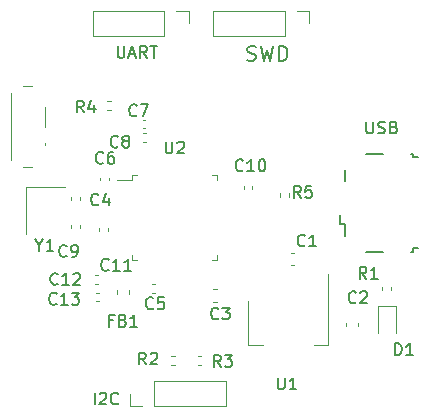
<source format=gbr>
%TF.GenerationSoftware,KiCad,Pcbnew,(6.0.8)*%
%TF.CreationDate,2022-10-13T10:33:28+07:00*%
%TF.ProjectId,1_trial,315f7472-6961-46c2-9e6b-696361645f70,rev?*%
%TF.SameCoordinates,Original*%
%TF.FileFunction,Legend,Top*%
%TF.FilePolarity,Positive*%
%FSLAX46Y46*%
G04 Gerber Fmt 4.6, Leading zero omitted, Abs format (unit mm)*
G04 Created by KiCad (PCBNEW (6.0.8)) date 2022-10-13 10:33:28*
%MOMM*%
%LPD*%
G01*
G04 APERTURE LIST*
%ADD10C,0.150000*%
%ADD11C,0.200000*%
%ADD12C,0.120000*%
G04 APERTURE END LIST*
D10*
X99748809Y-60052380D02*
X99748809Y-59052380D01*
X100177380Y-59147619D02*
X100225000Y-59100000D01*
X100320238Y-59052380D01*
X100558333Y-59052380D01*
X100653571Y-59100000D01*
X100701190Y-59147619D01*
X100748809Y-59242857D01*
X100748809Y-59338095D01*
X100701190Y-59480952D01*
X100129761Y-60052380D01*
X100748809Y-60052380D01*
X101748809Y-59957142D02*
X101701190Y-60004761D01*
X101558333Y-60052380D01*
X101463095Y-60052380D01*
X101320238Y-60004761D01*
X101225000Y-59909523D01*
X101177380Y-59814285D01*
X101129761Y-59623809D01*
X101129761Y-59480952D01*
X101177380Y-59290476D01*
X101225000Y-59195238D01*
X101320238Y-59100000D01*
X101463095Y-59052380D01*
X101558333Y-59052380D01*
X101701190Y-59100000D01*
X101748809Y-59147619D01*
X122763095Y-36102380D02*
X122763095Y-36911904D01*
X122810714Y-37007142D01*
X122858333Y-37054761D01*
X122953571Y-37102380D01*
X123144047Y-37102380D01*
X123239285Y-37054761D01*
X123286904Y-37007142D01*
X123334523Y-36911904D01*
X123334523Y-36102380D01*
X123763095Y-37054761D02*
X123905952Y-37102380D01*
X124144047Y-37102380D01*
X124239285Y-37054761D01*
X124286904Y-37007142D01*
X124334523Y-36911904D01*
X124334523Y-36816666D01*
X124286904Y-36721428D01*
X124239285Y-36673809D01*
X124144047Y-36626190D01*
X123953571Y-36578571D01*
X123858333Y-36530952D01*
X123810714Y-36483333D01*
X123763095Y-36388095D01*
X123763095Y-36292857D01*
X123810714Y-36197619D01*
X123858333Y-36150000D01*
X123953571Y-36102380D01*
X124191666Y-36102380D01*
X124334523Y-36150000D01*
X125096428Y-36578571D02*
X125239285Y-36626190D01*
X125286904Y-36673809D01*
X125334523Y-36769047D01*
X125334523Y-36911904D01*
X125286904Y-37007142D01*
X125239285Y-37054761D01*
X125144047Y-37102380D01*
X124763095Y-37102380D01*
X124763095Y-36102380D01*
X125096428Y-36102380D01*
X125191666Y-36150000D01*
X125239285Y-36197619D01*
X125286904Y-36292857D01*
X125286904Y-36388095D01*
X125239285Y-36483333D01*
X125191666Y-36530952D01*
X125096428Y-36578571D01*
X124763095Y-36578571D01*
X101704761Y-29702380D02*
X101704761Y-30511904D01*
X101752380Y-30607142D01*
X101800000Y-30654761D01*
X101895238Y-30702380D01*
X102085714Y-30702380D01*
X102180952Y-30654761D01*
X102228571Y-30607142D01*
X102276190Y-30511904D01*
X102276190Y-29702380D01*
X102704761Y-30416666D02*
X103180952Y-30416666D01*
X102609523Y-30702380D02*
X102942857Y-29702380D01*
X103276190Y-30702380D01*
X104180952Y-30702380D02*
X103847619Y-30226190D01*
X103609523Y-30702380D02*
X103609523Y-29702380D01*
X103990476Y-29702380D01*
X104085714Y-29750000D01*
X104133333Y-29797619D01*
X104180952Y-29892857D01*
X104180952Y-30035714D01*
X104133333Y-30130952D01*
X104085714Y-30178571D01*
X103990476Y-30226190D01*
X103609523Y-30226190D01*
X104466666Y-29702380D02*
X105038095Y-29702380D01*
X104752380Y-30702380D02*
X104752380Y-29702380D01*
D11*
X112678571Y-30880952D02*
X112857142Y-30940476D01*
X113154761Y-30940476D01*
X113273809Y-30880952D01*
X113333333Y-30821428D01*
X113392857Y-30702380D01*
X113392857Y-30583333D01*
X113333333Y-30464285D01*
X113273809Y-30404761D01*
X113154761Y-30345238D01*
X112916666Y-30285714D01*
X112797619Y-30226190D01*
X112738095Y-30166666D01*
X112678571Y-30047619D01*
X112678571Y-29928571D01*
X112738095Y-29809523D01*
X112797619Y-29750000D01*
X112916666Y-29690476D01*
X113214285Y-29690476D01*
X113392857Y-29750000D01*
X113809523Y-29690476D02*
X114107142Y-30940476D01*
X114345238Y-30047619D01*
X114583333Y-30940476D01*
X114880952Y-29690476D01*
X115357142Y-30940476D02*
X115357142Y-29690476D01*
X115654761Y-29690476D01*
X115833333Y-29750000D01*
X115952380Y-29869047D01*
X116011904Y-29988095D01*
X116071428Y-30226190D01*
X116071428Y-30404761D01*
X116011904Y-30642857D01*
X115952380Y-30761904D01*
X115833333Y-30880952D01*
X115654761Y-30940476D01*
X115357142Y-30940476D01*
D10*
%TO.C,FB1*%
X101314266Y-52932071D02*
X100980933Y-52932071D01*
X100980933Y-53455880D02*
X100980933Y-52455880D01*
X101457123Y-52455880D01*
X102171409Y-52932071D02*
X102314266Y-52979690D01*
X102361885Y-53027309D01*
X102409504Y-53122547D01*
X102409504Y-53265404D01*
X102361885Y-53360642D01*
X102314266Y-53408261D01*
X102219028Y-53455880D01*
X101838076Y-53455880D01*
X101838076Y-52455880D01*
X102171409Y-52455880D01*
X102266647Y-52503500D01*
X102314266Y-52551119D01*
X102361885Y-52646357D01*
X102361885Y-52741595D01*
X102314266Y-52836833D01*
X102266647Y-52884452D01*
X102171409Y-52932071D01*
X101838076Y-52932071D01*
X103361885Y-53455880D02*
X102790457Y-53455880D01*
X103076171Y-53455880D02*
X103076171Y-52455880D01*
X102980933Y-52598738D01*
X102885695Y-52693976D01*
X102790457Y-52741595D01*
%TO.C,C10*%
X112307142Y-40207142D02*
X112259523Y-40254761D01*
X112116666Y-40302380D01*
X112021428Y-40302380D01*
X111878571Y-40254761D01*
X111783333Y-40159523D01*
X111735714Y-40064285D01*
X111688095Y-39873809D01*
X111688095Y-39730952D01*
X111735714Y-39540476D01*
X111783333Y-39445238D01*
X111878571Y-39350000D01*
X112021428Y-39302380D01*
X112116666Y-39302380D01*
X112259523Y-39350000D01*
X112307142Y-39397619D01*
X113259523Y-40302380D02*
X112688095Y-40302380D01*
X112973809Y-40302380D02*
X112973809Y-39302380D01*
X112878571Y-39445238D01*
X112783333Y-39540476D01*
X112688095Y-39588095D01*
X113878571Y-39302380D02*
X113973809Y-39302380D01*
X114069047Y-39350000D01*
X114116666Y-39397619D01*
X114164285Y-39492857D01*
X114211904Y-39683333D01*
X114211904Y-39921428D01*
X114164285Y-40111904D01*
X114116666Y-40207142D01*
X114069047Y-40254761D01*
X113973809Y-40302380D01*
X113878571Y-40302380D01*
X113783333Y-40254761D01*
X113735714Y-40207142D01*
X113688095Y-40111904D01*
X113640476Y-39921428D01*
X113640476Y-39683333D01*
X113688095Y-39492857D01*
X113735714Y-39397619D01*
X113783333Y-39350000D01*
X113878571Y-39302380D01*
%TO.C,R4*%
X98833333Y-35327380D02*
X98500000Y-34851190D01*
X98261904Y-35327380D02*
X98261904Y-34327380D01*
X98642857Y-34327380D01*
X98738095Y-34375000D01*
X98785714Y-34422619D01*
X98833333Y-34517857D01*
X98833333Y-34660714D01*
X98785714Y-34755952D01*
X98738095Y-34803571D01*
X98642857Y-34851190D01*
X98261904Y-34851190D01*
X99690476Y-34660714D02*
X99690476Y-35327380D01*
X99452380Y-34279761D02*
X99214285Y-34994047D01*
X99833333Y-34994047D01*
%TO.C,C2*%
X121883333Y-51382142D02*
X121835714Y-51429761D01*
X121692857Y-51477380D01*
X121597619Y-51477380D01*
X121454761Y-51429761D01*
X121359523Y-51334523D01*
X121311904Y-51239285D01*
X121264285Y-51048809D01*
X121264285Y-50905952D01*
X121311904Y-50715476D01*
X121359523Y-50620238D01*
X121454761Y-50525000D01*
X121597619Y-50477380D01*
X121692857Y-50477380D01*
X121835714Y-50525000D01*
X121883333Y-50572619D01*
X122264285Y-50572619D02*
X122311904Y-50525000D01*
X122407142Y-50477380D01*
X122645238Y-50477380D01*
X122740476Y-50525000D01*
X122788095Y-50572619D01*
X122835714Y-50667857D01*
X122835714Y-50763095D01*
X122788095Y-50905952D01*
X122216666Y-51477380D01*
X122835714Y-51477380D01*
%TO.C,C6*%
X100480933Y-39573142D02*
X100433314Y-39620761D01*
X100290457Y-39668380D01*
X100195219Y-39668380D01*
X100052361Y-39620761D01*
X99957123Y-39525523D01*
X99909504Y-39430285D01*
X99861885Y-39239809D01*
X99861885Y-39096952D01*
X99909504Y-38906476D01*
X99957123Y-38811238D01*
X100052361Y-38716000D01*
X100195219Y-38668380D01*
X100290457Y-38668380D01*
X100433314Y-38716000D01*
X100480933Y-38763619D01*
X101338076Y-38668380D02*
X101147600Y-38668380D01*
X101052361Y-38716000D01*
X101004742Y-38763619D01*
X100909504Y-38906476D01*
X100861885Y-39096952D01*
X100861885Y-39477904D01*
X100909504Y-39573142D01*
X100957123Y-39620761D01*
X101052361Y-39668380D01*
X101242838Y-39668380D01*
X101338076Y-39620761D01*
X101385695Y-39573142D01*
X101433314Y-39477904D01*
X101433314Y-39239809D01*
X101385695Y-39144571D01*
X101338076Y-39096952D01*
X101242838Y-39049333D01*
X101052361Y-39049333D01*
X100957123Y-39096952D01*
X100909504Y-39144571D01*
X100861885Y-39239809D01*
%TO.C,C11*%
X100932142Y-48632142D02*
X100884523Y-48679761D01*
X100741666Y-48727380D01*
X100646428Y-48727380D01*
X100503571Y-48679761D01*
X100408333Y-48584523D01*
X100360714Y-48489285D01*
X100313095Y-48298809D01*
X100313095Y-48155952D01*
X100360714Y-47965476D01*
X100408333Y-47870238D01*
X100503571Y-47775000D01*
X100646428Y-47727380D01*
X100741666Y-47727380D01*
X100884523Y-47775000D01*
X100932142Y-47822619D01*
X101884523Y-48727380D02*
X101313095Y-48727380D01*
X101598809Y-48727380D02*
X101598809Y-47727380D01*
X101503571Y-47870238D01*
X101408333Y-47965476D01*
X101313095Y-48013095D01*
X102836904Y-48727380D02*
X102265476Y-48727380D01*
X102551190Y-48727380D02*
X102551190Y-47727380D01*
X102455952Y-47870238D01*
X102360714Y-47965476D01*
X102265476Y-48013095D01*
%TO.C,D1*%
X125186904Y-55877380D02*
X125186904Y-54877380D01*
X125425000Y-54877380D01*
X125567857Y-54925000D01*
X125663095Y-55020238D01*
X125710714Y-55115476D01*
X125758333Y-55305952D01*
X125758333Y-55448809D01*
X125710714Y-55639285D01*
X125663095Y-55734523D01*
X125567857Y-55829761D01*
X125425000Y-55877380D01*
X125186904Y-55877380D01*
X126710714Y-55877380D02*
X126139285Y-55877380D01*
X126425000Y-55877380D02*
X126425000Y-54877380D01*
X126329761Y-55020238D01*
X126234523Y-55115476D01*
X126139285Y-55163095D01*
%TO.C,R2*%
X104108333Y-56652380D02*
X103775000Y-56176190D01*
X103536904Y-56652380D02*
X103536904Y-55652380D01*
X103917857Y-55652380D01*
X104013095Y-55700000D01*
X104060714Y-55747619D01*
X104108333Y-55842857D01*
X104108333Y-55985714D01*
X104060714Y-56080952D01*
X104013095Y-56128571D01*
X103917857Y-56176190D01*
X103536904Y-56176190D01*
X104489285Y-55747619D02*
X104536904Y-55700000D01*
X104632142Y-55652380D01*
X104870238Y-55652380D01*
X104965476Y-55700000D01*
X105013095Y-55747619D01*
X105060714Y-55842857D01*
X105060714Y-55938095D01*
X105013095Y-56080952D01*
X104441666Y-56652380D01*
X105060714Y-56652380D01*
%TO.C,C3*%
X110233333Y-52757142D02*
X110185714Y-52804761D01*
X110042857Y-52852380D01*
X109947619Y-52852380D01*
X109804761Y-52804761D01*
X109709523Y-52709523D01*
X109661904Y-52614285D01*
X109614285Y-52423809D01*
X109614285Y-52280952D01*
X109661904Y-52090476D01*
X109709523Y-51995238D01*
X109804761Y-51900000D01*
X109947619Y-51852380D01*
X110042857Y-51852380D01*
X110185714Y-51900000D01*
X110233333Y-51947619D01*
X110566666Y-51852380D02*
X111185714Y-51852380D01*
X110852380Y-52233333D01*
X110995238Y-52233333D01*
X111090476Y-52280952D01*
X111138095Y-52328571D01*
X111185714Y-52423809D01*
X111185714Y-52661904D01*
X111138095Y-52757142D01*
X111090476Y-52804761D01*
X110995238Y-52852380D01*
X110709523Y-52852380D01*
X110614285Y-52804761D01*
X110566666Y-52757142D01*
%TO.C,R5*%
X117208333Y-42552380D02*
X116875000Y-42076190D01*
X116636904Y-42552380D02*
X116636904Y-41552380D01*
X117017857Y-41552380D01*
X117113095Y-41600000D01*
X117160714Y-41647619D01*
X117208333Y-41742857D01*
X117208333Y-41885714D01*
X117160714Y-41980952D01*
X117113095Y-42028571D01*
X117017857Y-42076190D01*
X116636904Y-42076190D01*
X118113095Y-41552380D02*
X117636904Y-41552380D01*
X117589285Y-42028571D01*
X117636904Y-41980952D01*
X117732142Y-41933333D01*
X117970238Y-41933333D01*
X118065476Y-41980952D01*
X118113095Y-42028571D01*
X118160714Y-42123809D01*
X118160714Y-42361904D01*
X118113095Y-42457142D01*
X118065476Y-42504761D01*
X117970238Y-42552380D01*
X117732142Y-42552380D01*
X117636904Y-42504761D01*
X117589285Y-42457142D01*
%TO.C,C4*%
X100083333Y-43107142D02*
X100035714Y-43154761D01*
X99892857Y-43202380D01*
X99797619Y-43202380D01*
X99654761Y-43154761D01*
X99559523Y-43059523D01*
X99511904Y-42964285D01*
X99464285Y-42773809D01*
X99464285Y-42630952D01*
X99511904Y-42440476D01*
X99559523Y-42345238D01*
X99654761Y-42250000D01*
X99797619Y-42202380D01*
X99892857Y-42202380D01*
X100035714Y-42250000D01*
X100083333Y-42297619D01*
X100940476Y-42535714D02*
X100940476Y-43202380D01*
X100702380Y-42154761D02*
X100464285Y-42869047D01*
X101083333Y-42869047D01*
%TO.C,C7*%
X103308333Y-35557142D02*
X103260714Y-35604761D01*
X103117857Y-35652380D01*
X103022619Y-35652380D01*
X102879761Y-35604761D01*
X102784523Y-35509523D01*
X102736904Y-35414285D01*
X102689285Y-35223809D01*
X102689285Y-35080952D01*
X102736904Y-34890476D01*
X102784523Y-34795238D01*
X102879761Y-34700000D01*
X103022619Y-34652380D01*
X103117857Y-34652380D01*
X103260714Y-34700000D01*
X103308333Y-34747619D01*
X103641666Y-34652380D02*
X104308333Y-34652380D01*
X103879761Y-35652380D01*
%TO.C,R1*%
X122758333Y-49402380D02*
X122425000Y-48926190D01*
X122186904Y-49402380D02*
X122186904Y-48402380D01*
X122567857Y-48402380D01*
X122663095Y-48450000D01*
X122710714Y-48497619D01*
X122758333Y-48592857D01*
X122758333Y-48735714D01*
X122710714Y-48830952D01*
X122663095Y-48878571D01*
X122567857Y-48926190D01*
X122186904Y-48926190D01*
X123710714Y-49402380D02*
X123139285Y-49402380D01*
X123425000Y-49402380D02*
X123425000Y-48402380D01*
X123329761Y-48545238D01*
X123234523Y-48640476D01*
X123139285Y-48688095D01*
%TO.C,Y1*%
X95066309Y-46568690D02*
X95066309Y-47044880D01*
X94732976Y-46044880D02*
X95066309Y-46568690D01*
X95399642Y-46044880D01*
X96256785Y-47044880D02*
X95685357Y-47044880D01*
X95971071Y-47044880D02*
X95971071Y-46044880D01*
X95875833Y-46187738D01*
X95780595Y-46282976D01*
X95685357Y-46330595D01*
%TO.C,C5*%
X104708333Y-51882142D02*
X104660714Y-51929761D01*
X104517857Y-51977380D01*
X104422619Y-51977380D01*
X104279761Y-51929761D01*
X104184523Y-51834523D01*
X104136904Y-51739285D01*
X104089285Y-51548809D01*
X104089285Y-51405952D01*
X104136904Y-51215476D01*
X104184523Y-51120238D01*
X104279761Y-51025000D01*
X104422619Y-50977380D01*
X104517857Y-50977380D01*
X104660714Y-51025000D01*
X104708333Y-51072619D01*
X105613095Y-50977380D02*
X105136904Y-50977380D01*
X105089285Y-51453571D01*
X105136904Y-51405952D01*
X105232142Y-51358333D01*
X105470238Y-51358333D01*
X105565476Y-51405952D01*
X105613095Y-51453571D01*
X105660714Y-51548809D01*
X105660714Y-51786904D01*
X105613095Y-51882142D01*
X105565476Y-51929761D01*
X105470238Y-51977380D01*
X105232142Y-51977380D01*
X105136904Y-51929761D01*
X105089285Y-51882142D01*
%TO.C,C8*%
X101733333Y-38207142D02*
X101685714Y-38254761D01*
X101542857Y-38302380D01*
X101447619Y-38302380D01*
X101304761Y-38254761D01*
X101209523Y-38159523D01*
X101161904Y-38064285D01*
X101114285Y-37873809D01*
X101114285Y-37730952D01*
X101161904Y-37540476D01*
X101209523Y-37445238D01*
X101304761Y-37350000D01*
X101447619Y-37302380D01*
X101542857Y-37302380D01*
X101685714Y-37350000D01*
X101733333Y-37397619D01*
X102304761Y-37730952D02*
X102209523Y-37683333D01*
X102161904Y-37635714D01*
X102114285Y-37540476D01*
X102114285Y-37492857D01*
X102161904Y-37397619D01*
X102209523Y-37350000D01*
X102304761Y-37302380D01*
X102495238Y-37302380D01*
X102590476Y-37350000D01*
X102638095Y-37397619D01*
X102685714Y-37492857D01*
X102685714Y-37540476D01*
X102638095Y-37635714D01*
X102590476Y-37683333D01*
X102495238Y-37730952D01*
X102304761Y-37730952D01*
X102209523Y-37778571D01*
X102161904Y-37826190D01*
X102114285Y-37921428D01*
X102114285Y-38111904D01*
X102161904Y-38207142D01*
X102209523Y-38254761D01*
X102304761Y-38302380D01*
X102495238Y-38302380D01*
X102590476Y-38254761D01*
X102638095Y-38207142D01*
X102685714Y-38111904D01*
X102685714Y-37921428D01*
X102638095Y-37826190D01*
X102590476Y-37778571D01*
X102495238Y-37730952D01*
%TO.C,C9*%
X97375833Y-47449642D02*
X97328214Y-47497261D01*
X97185357Y-47544880D01*
X97090119Y-47544880D01*
X96947261Y-47497261D01*
X96852023Y-47402023D01*
X96804404Y-47306785D01*
X96756785Y-47116309D01*
X96756785Y-46973452D01*
X96804404Y-46782976D01*
X96852023Y-46687738D01*
X96947261Y-46592500D01*
X97090119Y-46544880D01*
X97185357Y-46544880D01*
X97328214Y-46592500D01*
X97375833Y-46640119D01*
X97852023Y-47544880D02*
X98042500Y-47544880D01*
X98137738Y-47497261D01*
X98185357Y-47449642D01*
X98280595Y-47306785D01*
X98328214Y-47116309D01*
X98328214Y-46735357D01*
X98280595Y-46640119D01*
X98232976Y-46592500D01*
X98137738Y-46544880D01*
X97947261Y-46544880D01*
X97852023Y-46592500D01*
X97804404Y-46640119D01*
X97756785Y-46735357D01*
X97756785Y-46973452D01*
X97804404Y-47068690D01*
X97852023Y-47116309D01*
X97947261Y-47163928D01*
X98137738Y-47163928D01*
X98232976Y-47116309D01*
X98280595Y-47068690D01*
X98328214Y-46973452D01*
%TO.C,R3*%
X110433333Y-56857380D02*
X110100000Y-56381190D01*
X109861904Y-56857380D02*
X109861904Y-55857380D01*
X110242857Y-55857380D01*
X110338095Y-55905000D01*
X110385714Y-55952619D01*
X110433333Y-56047857D01*
X110433333Y-56190714D01*
X110385714Y-56285952D01*
X110338095Y-56333571D01*
X110242857Y-56381190D01*
X109861904Y-56381190D01*
X110766666Y-55857380D02*
X111385714Y-55857380D01*
X111052380Y-56238333D01*
X111195238Y-56238333D01*
X111290476Y-56285952D01*
X111338095Y-56333571D01*
X111385714Y-56428809D01*
X111385714Y-56666904D01*
X111338095Y-56762142D01*
X111290476Y-56809761D01*
X111195238Y-56857380D01*
X110909523Y-56857380D01*
X110814285Y-56809761D01*
X110766666Y-56762142D01*
%TO.C,U2*%
X105765695Y-37798380D02*
X105765695Y-38607904D01*
X105813314Y-38703142D01*
X105860933Y-38750761D01*
X105956171Y-38798380D01*
X106146647Y-38798380D01*
X106241885Y-38750761D01*
X106289504Y-38703142D01*
X106337123Y-38607904D01*
X106337123Y-37798380D01*
X106765695Y-37893619D02*
X106813314Y-37846000D01*
X106908552Y-37798380D01*
X107146647Y-37798380D01*
X107241885Y-37846000D01*
X107289504Y-37893619D01*
X107337123Y-37988857D01*
X107337123Y-38084095D01*
X107289504Y-38226952D01*
X106718076Y-38798380D01*
X107337123Y-38798380D01*
%TO.C,C12*%
X96632142Y-49832142D02*
X96584523Y-49879761D01*
X96441666Y-49927380D01*
X96346428Y-49927380D01*
X96203571Y-49879761D01*
X96108333Y-49784523D01*
X96060714Y-49689285D01*
X96013095Y-49498809D01*
X96013095Y-49355952D01*
X96060714Y-49165476D01*
X96108333Y-49070238D01*
X96203571Y-48975000D01*
X96346428Y-48927380D01*
X96441666Y-48927380D01*
X96584523Y-48975000D01*
X96632142Y-49022619D01*
X97584523Y-49927380D02*
X97013095Y-49927380D01*
X97298809Y-49927380D02*
X97298809Y-48927380D01*
X97203571Y-49070238D01*
X97108333Y-49165476D01*
X97013095Y-49213095D01*
X97965476Y-49022619D02*
X98013095Y-48975000D01*
X98108333Y-48927380D01*
X98346428Y-48927380D01*
X98441666Y-48975000D01*
X98489285Y-49022619D01*
X98536904Y-49117857D01*
X98536904Y-49213095D01*
X98489285Y-49355952D01*
X97917857Y-49927380D01*
X98536904Y-49927380D01*
%TO.C,C13*%
X96532142Y-51507142D02*
X96484523Y-51554761D01*
X96341666Y-51602380D01*
X96246428Y-51602380D01*
X96103571Y-51554761D01*
X96008333Y-51459523D01*
X95960714Y-51364285D01*
X95913095Y-51173809D01*
X95913095Y-51030952D01*
X95960714Y-50840476D01*
X96008333Y-50745238D01*
X96103571Y-50650000D01*
X96246428Y-50602380D01*
X96341666Y-50602380D01*
X96484523Y-50650000D01*
X96532142Y-50697619D01*
X97484523Y-51602380D02*
X96913095Y-51602380D01*
X97198809Y-51602380D02*
X97198809Y-50602380D01*
X97103571Y-50745238D01*
X97008333Y-50840476D01*
X96913095Y-50888095D01*
X97817857Y-50602380D02*
X98436904Y-50602380D01*
X98103571Y-50983333D01*
X98246428Y-50983333D01*
X98341666Y-51030952D01*
X98389285Y-51078571D01*
X98436904Y-51173809D01*
X98436904Y-51411904D01*
X98389285Y-51507142D01*
X98341666Y-51554761D01*
X98246428Y-51602380D01*
X97960714Y-51602380D01*
X97865476Y-51554761D01*
X97817857Y-51507142D01*
%TO.C,U1*%
X115263095Y-57777380D02*
X115263095Y-58586904D01*
X115310714Y-58682142D01*
X115358333Y-58729761D01*
X115453571Y-58777380D01*
X115644047Y-58777380D01*
X115739285Y-58729761D01*
X115786904Y-58682142D01*
X115834523Y-58586904D01*
X115834523Y-57777380D01*
X116834523Y-58777380D02*
X116263095Y-58777380D01*
X116548809Y-58777380D02*
X116548809Y-57777380D01*
X116453571Y-57920238D01*
X116358333Y-58015476D01*
X116263095Y-58063095D01*
%TO.C,C1*%
X117558333Y-46573142D02*
X117510714Y-46620761D01*
X117367857Y-46668380D01*
X117272619Y-46668380D01*
X117129761Y-46620761D01*
X117034523Y-46525523D01*
X116986904Y-46430285D01*
X116939285Y-46239809D01*
X116939285Y-46096952D01*
X116986904Y-45906476D01*
X117034523Y-45811238D01*
X117129761Y-45716000D01*
X117272619Y-45668380D01*
X117367857Y-45668380D01*
X117510714Y-45716000D01*
X117558333Y-45763619D01*
X118510714Y-46668380D02*
X117939285Y-46668380D01*
X118225000Y-46668380D02*
X118225000Y-45668380D01*
X118129761Y-45811238D01*
X118034523Y-45906476D01*
X117939285Y-45954095D01*
D12*
%TO.C,FB1*%
X102657600Y-50666279D02*
X102657600Y-50340721D01*
X101637600Y-50666279D02*
X101637600Y-50340721D01*
%TO.C,J2*%
X106670000Y-26710000D02*
X107730000Y-26710000D01*
X105670000Y-28830000D02*
X99610000Y-28830000D01*
X105670000Y-26710000D02*
X105670000Y-28830000D01*
X107730000Y-26710000D02*
X107730000Y-27770000D01*
X105670000Y-26710000D02*
X99610000Y-26710000D01*
X99610000Y-26710000D02*
X99610000Y-28830000D01*
%TO.C,C10*%
X112387600Y-41566665D02*
X112387600Y-41798335D01*
X113107600Y-41566665D02*
X113107600Y-41798335D01*
%TO.C,R4*%
X100843959Y-35096000D02*
X101151241Y-35096000D01*
X100843959Y-34336000D02*
X101151241Y-34336000D01*
%TO.C,C2*%
X122060000Y-53415580D02*
X122060000Y-53134420D01*
X121040000Y-53415580D02*
X121040000Y-53134420D01*
%TO.C,C6*%
X100237600Y-41081835D02*
X100237600Y-40850165D01*
X100957600Y-41081835D02*
X100957600Y-40850165D01*
%TO.C,C11*%
X100140000Y-45365835D02*
X100140000Y-45134165D01*
X100860000Y-45365835D02*
X100860000Y-45134165D01*
%TO.C,D1*%
X125232600Y-54016000D02*
X125232600Y-51731000D01*
X123762600Y-51731000D02*
X123762600Y-54016000D01*
X125232600Y-51731000D02*
X123762600Y-51731000D01*
%TO.C,R2*%
X106231359Y-56710000D02*
X106538641Y-56710000D01*
X106231359Y-55950000D02*
X106538641Y-55950000D01*
%TO.C,C3*%
X110090580Y-51335000D02*
X109809420Y-51335000D01*
X110090580Y-50315000D02*
X109809420Y-50315000D01*
%TO.C,R5*%
X116180000Y-42186359D02*
X116180000Y-42493641D01*
X115420000Y-42186359D02*
X115420000Y-42493641D01*
%TO.C,C4*%
X97782500Y-42733335D02*
X97782500Y-42501665D01*
X98502500Y-42733335D02*
X98502500Y-42501665D01*
%TO.C,J3*%
X115870000Y-26710000D02*
X109810000Y-26710000D01*
X116870000Y-26710000D02*
X117930000Y-26710000D01*
X115870000Y-26710000D02*
X115870000Y-28830000D01*
X109810000Y-26710000D02*
X109810000Y-28830000D01*
X115870000Y-28830000D02*
X109810000Y-28830000D01*
X117930000Y-26710000D02*
X117930000Y-27770000D01*
%TO.C,C7*%
X103814265Y-35931000D02*
X104045935Y-35931000D01*
X103814265Y-36651000D02*
X104045935Y-36651000D01*
%TO.C,R1*%
X124877600Y-50062359D02*
X124877600Y-50369641D01*
X124117600Y-50062359D02*
X124117600Y-50369641D01*
%TO.C,Y1*%
X97267500Y-41650000D02*
X93967500Y-41650000D01*
X93967500Y-41650000D02*
X93967500Y-45650000D01*
%TO.C,J1*%
X104800000Y-60210000D02*
X110860000Y-60210000D01*
X102740000Y-60210000D02*
X102740000Y-59150000D01*
X110860000Y-60210000D02*
X110860000Y-58090000D01*
X103800000Y-60210000D02*
X102740000Y-60210000D01*
X104800000Y-60210000D02*
X104800000Y-58090000D01*
X104800000Y-58090000D02*
X110860000Y-58090000D01*
%TO.C,C5*%
X104631765Y-49856000D02*
X104863435Y-49856000D01*
X104631765Y-50576000D02*
X104863435Y-50576000D01*
%TO.C,C8*%
X103831765Y-37826000D02*
X104063435Y-37826000D01*
X103831765Y-37106000D02*
X104063435Y-37106000D01*
%TO.C,SW1*%
X95520000Y-37900000D02*
X95520000Y-38100000D01*
X93680000Y-39950000D02*
X94470000Y-39950000D01*
X95520000Y-34900000D02*
X95520000Y-36600000D01*
X92670000Y-33650000D02*
X92670000Y-39350000D01*
X94470000Y-33050000D02*
X93680000Y-33050000D01*
%TO.C,C9*%
X97782500Y-45083335D02*
X97782500Y-44851665D01*
X98502500Y-45083335D02*
X98502500Y-44851665D01*
%TO.C,R3*%
X108793641Y-56735000D02*
X108486359Y-56735000D01*
X108793641Y-55975000D02*
X108486359Y-55975000D01*
%TO.C,U2*%
X110137600Y-47806000D02*
X110137600Y-47356000D01*
X109687600Y-40586000D02*
X110137600Y-40586000D01*
X102917600Y-41036000D02*
X101627600Y-41036000D01*
X102917600Y-40586000D02*
X102917600Y-41036000D01*
X103367600Y-40586000D02*
X102917600Y-40586000D01*
X103367600Y-47806000D02*
X102917600Y-47806000D01*
X102917600Y-47806000D02*
X102917600Y-47356000D01*
X109687600Y-47806000D02*
X110137600Y-47806000D01*
X110137600Y-40586000D02*
X110137600Y-41036000D01*
%TO.C,C12*%
X100045935Y-49106000D02*
X99814265Y-49106000D01*
X100045935Y-49826000D02*
X99814265Y-49826000D01*
D10*
%TO.C,J4*%
X120567600Y-44046000D02*
X120567600Y-44771000D01*
X126692600Y-46821000D02*
X127142600Y-46821000D01*
X120992600Y-44771000D02*
X120992600Y-45771000D01*
X122742600Y-47121000D02*
X124142600Y-47121000D01*
X126542600Y-47121000D02*
X126692600Y-47121000D01*
X126692600Y-47121000D02*
X126692600Y-46821000D01*
X120992600Y-41171000D02*
X120992600Y-40171000D01*
X126692600Y-38821000D02*
X126542600Y-38821000D01*
X126692600Y-39121000D02*
X126692600Y-38821000D01*
X124142600Y-38821000D02*
X122742600Y-38821000D01*
X127142600Y-39121000D02*
X126692600Y-39121000D01*
X120567600Y-44771000D02*
X120992600Y-44771000D01*
D12*
%TO.C,C13*%
X100113435Y-51326000D02*
X99881765Y-51326000D01*
X100113435Y-50606000D02*
X99881765Y-50606000D01*
%TO.C,U1*%
X112735000Y-55055000D02*
X113995000Y-55055000D01*
X119555000Y-49045000D02*
X119555000Y-55055000D01*
X112735000Y-51295000D02*
X112735000Y-55055000D01*
X119555000Y-55055000D02*
X118295000Y-55055000D01*
%TO.C,C1*%
X116357020Y-47206000D02*
X116638180Y-47206000D01*
X116357020Y-48226000D02*
X116638180Y-48226000D01*
%TD*%
M02*

</source>
